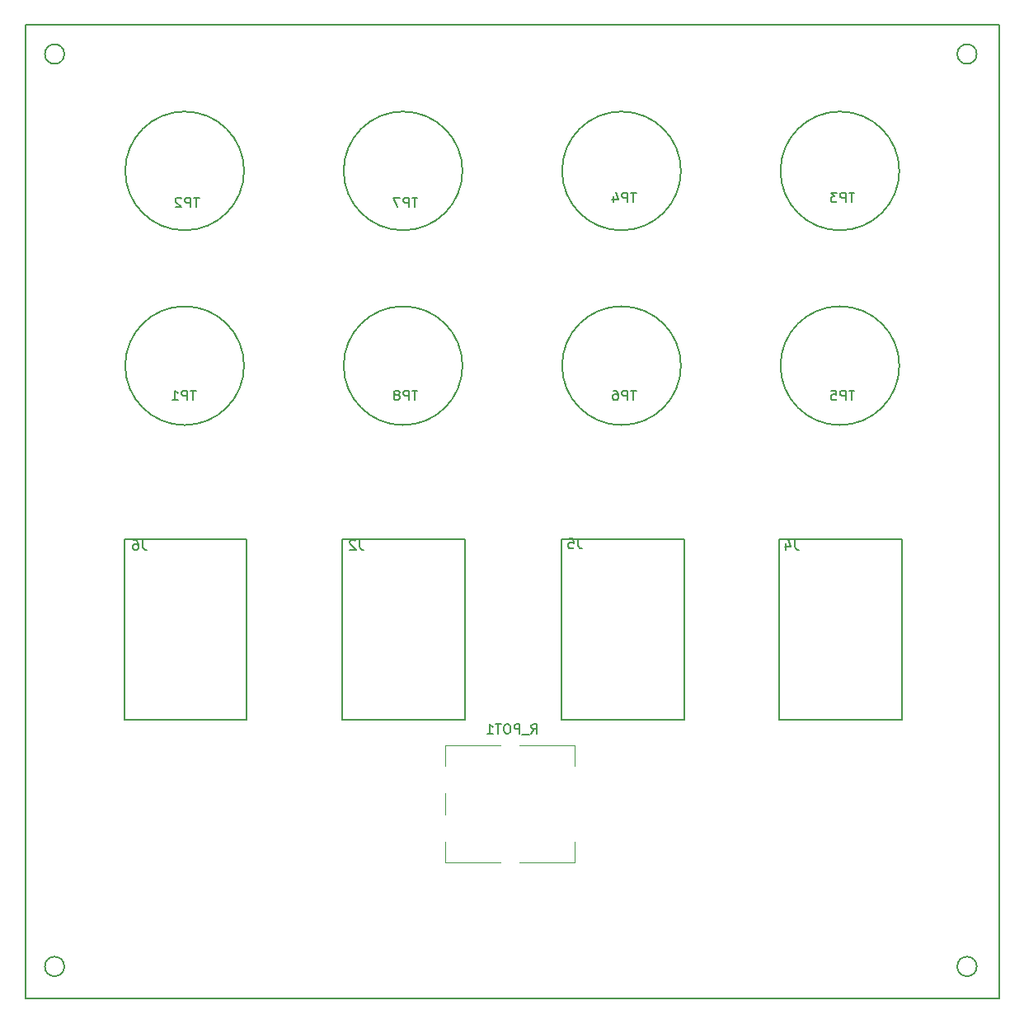
<source format=gbr>
%TF.GenerationSoftware,KiCad,Pcbnew,(5.0.0)*%
%TF.CreationDate,2020-03-23T14:18:08+01:00*%
%TF.ProjectId,Schaltplan_Modul1,536368616C74706C616E5F4D6F64756C,rev?*%
%TF.SameCoordinates,Original*%
%TF.FileFunction,Legend,Bot*%
%TF.FilePolarity,Positive*%
%FSLAX46Y46*%
G04 Gerber Fmt 4.6, Leading zero omitted, Abs format (unit mm)*
G04 Created by KiCad (PCBNEW (5.0.0)) date 03/23/20 14:18:08*
%MOMM*%
%LPD*%
G01*
G04 APERTURE LIST*
%ADD10C,0.200000*%
%ADD11C,0.120000*%
%ADD12C,0.150000*%
G04 APERTURE END LIST*
D10*
X197695000Y-146695000D02*
G75*
G03X197695000Y-146695000I-1000000J0D01*
G01*
X197695000Y-53000000D02*
G75*
G03X197695000Y-53000000I-1000000J0D01*
G01*
X104000000Y-53000000D02*
G75*
G03X104000000Y-53000000I-1000000J0D01*
G01*
X104000000Y-146695000D02*
G75*
G03X104000000Y-146695000I-1000000J0D01*
G01*
X100000000Y-150000000D02*
X200000000Y-150000000D01*
X100000000Y-50000000D02*
X100000000Y-150000000D01*
X200000000Y-50000000D02*
X200000000Y-150000000D01*
X100000000Y-50000000D02*
X200000000Y-50000000D01*
D11*
%TO.C,R_POT1*%
X143130000Y-128900000D02*
X143130000Y-131100000D01*
X143130000Y-124030000D02*
X143130000Y-126100000D01*
X156370000Y-124030000D02*
X156370000Y-126100000D01*
X143130000Y-133900000D02*
X143130000Y-135970000D01*
X156370000Y-133900000D02*
X156370000Y-135970000D01*
X148776000Y-135970000D02*
X143130000Y-135970000D01*
X156370000Y-135970000D02*
X150723000Y-135970000D01*
X148776000Y-124030000D02*
X143130000Y-124030000D01*
X156370000Y-124030000D02*
X150723000Y-124030000D01*
D12*
%TO.C,J2*%
X132514998Y-102800000D02*
X145114998Y-102800000D01*
X145114998Y-102800000D02*
X145114998Y-121400000D01*
X145114998Y-121400000D02*
X132514998Y-121400000D01*
X132514998Y-102800000D02*
X132514998Y-121400000D01*
%TO.C,TP2*%
X122455000Y-65000000D02*
G75*
G03X122455000Y-65000000I-6100000J0D01*
G01*
%TO.C,TP7*%
X144885000Y-65000000D02*
G75*
G03X144885000Y-65000000I-6100000J0D01*
G01*
%TO.C,TP8*%
X144885000Y-85000000D02*
G75*
G03X144885000Y-85000000I-6100000J0D01*
G01*
%TO.C,TP3*%
X189745000Y-65000000D02*
G75*
G03X189745000Y-65000000I-6100000J0D01*
G01*
%TO.C,TP6*%
X167315000Y-85000000D02*
G75*
G03X167315000Y-85000000I-6100000J0D01*
G01*
%TO.C,TP1*%
X122455000Y-85000000D02*
G75*
G03X122455000Y-85000000I-6100000J0D01*
G01*
%TO.C,TP5*%
X189745000Y-85000000D02*
G75*
G03X189745000Y-85000000I-6100000J0D01*
G01*
%TO.C,TP4*%
X167315000Y-65000000D02*
G75*
G03X167315000Y-65000000I-6100000J0D01*
G01*
%TO.C,J6*%
X110142500Y-102800000D02*
X122742500Y-102800000D01*
X122742500Y-102800000D02*
X122742500Y-121400000D01*
X122742500Y-121400000D02*
X110142500Y-121400000D01*
X110142500Y-102800000D02*
X110142500Y-121400000D01*
%TO.C,J5*%
X155059997Y-102800000D02*
X167659997Y-102800000D01*
X167659997Y-102800000D02*
X167659997Y-121400000D01*
X167659997Y-121400000D02*
X155059997Y-121400000D01*
X155059997Y-102800000D02*
X155059997Y-121400000D01*
%TO.C,J4*%
X177432500Y-102800000D02*
X190032500Y-102800000D01*
X190032500Y-102800000D02*
X190032500Y-121400000D01*
X190032500Y-121400000D02*
X177432500Y-121400000D01*
X177432500Y-102800000D02*
X177432500Y-121400000D01*
%TD*%
%TO.C,R_POT1*%
X151952380Y-122802380D02*
X152285714Y-122326190D01*
X152523809Y-122802380D02*
X152523809Y-121802380D01*
X152142857Y-121802380D01*
X152047619Y-121850000D01*
X152000000Y-121897619D01*
X151952380Y-121992857D01*
X151952380Y-122135714D01*
X152000000Y-122230952D01*
X152047619Y-122278571D01*
X152142857Y-122326190D01*
X152523809Y-122326190D01*
X151761904Y-122897619D02*
X151000000Y-122897619D01*
X150761904Y-122802380D02*
X150761904Y-121802380D01*
X150380952Y-121802380D01*
X150285714Y-121850000D01*
X150238095Y-121897619D01*
X150190476Y-121992857D01*
X150190476Y-122135714D01*
X150238095Y-122230952D01*
X150285714Y-122278571D01*
X150380952Y-122326190D01*
X150761904Y-122326190D01*
X149571428Y-121802380D02*
X149380952Y-121802380D01*
X149285714Y-121850000D01*
X149190476Y-121945238D01*
X149142857Y-122135714D01*
X149142857Y-122469047D01*
X149190476Y-122659523D01*
X149285714Y-122754761D01*
X149380952Y-122802380D01*
X149571428Y-122802380D01*
X149666666Y-122754761D01*
X149761904Y-122659523D01*
X149809523Y-122469047D01*
X149809523Y-122135714D01*
X149761904Y-121945238D01*
X149666666Y-121850000D01*
X149571428Y-121802380D01*
X148857142Y-121802380D02*
X148285714Y-121802380D01*
X148571428Y-122802380D02*
X148571428Y-121802380D01*
X147428571Y-122802380D02*
X148000000Y-122802380D01*
X147714285Y-122802380D02*
X147714285Y-121802380D01*
X147809523Y-121945238D01*
X147904761Y-122040476D01*
X148000000Y-122088095D01*
%TO.C,J2*%
X134309164Y-102892380D02*
X134309164Y-103606666D01*
X134356783Y-103749523D01*
X134452021Y-103844761D01*
X134594878Y-103892380D01*
X134690116Y-103892380D01*
X133880592Y-102987619D02*
X133832973Y-102940000D01*
X133737735Y-102892380D01*
X133499640Y-102892380D01*
X133404402Y-102940000D01*
X133356783Y-102987619D01*
X133309164Y-103082857D01*
X133309164Y-103178095D01*
X133356783Y-103320952D01*
X133928211Y-103892380D01*
X133309164Y-103892380D01*
%TO.C,TP2*%
X117846904Y-67740380D02*
X117275476Y-67740380D01*
X117561190Y-68740380D02*
X117561190Y-67740380D01*
X116942142Y-68740380D02*
X116942142Y-67740380D01*
X116561190Y-67740380D01*
X116465952Y-67788000D01*
X116418333Y-67835619D01*
X116370714Y-67930857D01*
X116370714Y-68073714D01*
X116418333Y-68168952D01*
X116465952Y-68216571D01*
X116561190Y-68264190D01*
X116942142Y-68264190D01*
X115989761Y-67835619D02*
X115942142Y-67788000D01*
X115846904Y-67740380D01*
X115608809Y-67740380D01*
X115513571Y-67788000D01*
X115465952Y-67835619D01*
X115418333Y-67930857D01*
X115418333Y-68026095D01*
X115465952Y-68168952D01*
X116037380Y-68740380D01*
X115418333Y-68740380D01*
%TO.C,TP7*%
X140276904Y-67740380D02*
X139705476Y-67740380D01*
X139991190Y-68740380D02*
X139991190Y-67740380D01*
X139372142Y-68740380D02*
X139372142Y-67740380D01*
X138991190Y-67740380D01*
X138895952Y-67788000D01*
X138848333Y-67835619D01*
X138800714Y-67930857D01*
X138800714Y-68073714D01*
X138848333Y-68168952D01*
X138895952Y-68216571D01*
X138991190Y-68264190D01*
X139372142Y-68264190D01*
X138467380Y-67740380D02*
X137800714Y-67740380D01*
X138229285Y-68740380D01*
%TO.C,TP8*%
X140276904Y-87552380D02*
X139705476Y-87552380D01*
X139991190Y-88552380D02*
X139991190Y-87552380D01*
X139372142Y-88552380D02*
X139372142Y-87552380D01*
X138991190Y-87552380D01*
X138895952Y-87600000D01*
X138848333Y-87647619D01*
X138800714Y-87742857D01*
X138800714Y-87885714D01*
X138848333Y-87980952D01*
X138895952Y-88028571D01*
X138991190Y-88076190D01*
X139372142Y-88076190D01*
X138229285Y-87980952D02*
X138324523Y-87933333D01*
X138372142Y-87885714D01*
X138419761Y-87790476D01*
X138419761Y-87742857D01*
X138372142Y-87647619D01*
X138324523Y-87600000D01*
X138229285Y-87552380D01*
X138038809Y-87552380D01*
X137943571Y-87600000D01*
X137895952Y-87647619D01*
X137848333Y-87742857D01*
X137848333Y-87790476D01*
X137895952Y-87885714D01*
X137943571Y-87933333D01*
X138038809Y-87980952D01*
X138229285Y-87980952D01*
X138324523Y-88028571D01*
X138372142Y-88076190D01*
X138419761Y-88171428D01*
X138419761Y-88361904D01*
X138372142Y-88457142D01*
X138324523Y-88504761D01*
X138229285Y-88552380D01*
X138038809Y-88552380D01*
X137943571Y-88504761D01*
X137895952Y-88457142D01*
X137848333Y-88361904D01*
X137848333Y-88171428D01*
X137895952Y-88076190D01*
X137943571Y-88028571D01*
X138038809Y-87980952D01*
%TO.C,TP3*%
X185136904Y-67232380D02*
X184565476Y-67232380D01*
X184851190Y-68232380D02*
X184851190Y-67232380D01*
X184232142Y-68232380D02*
X184232142Y-67232380D01*
X183851190Y-67232380D01*
X183755952Y-67280000D01*
X183708333Y-67327619D01*
X183660714Y-67422857D01*
X183660714Y-67565714D01*
X183708333Y-67660952D01*
X183755952Y-67708571D01*
X183851190Y-67756190D01*
X184232142Y-67756190D01*
X183327380Y-67232380D02*
X182708333Y-67232380D01*
X183041666Y-67613333D01*
X182898809Y-67613333D01*
X182803571Y-67660952D01*
X182755952Y-67708571D01*
X182708333Y-67803809D01*
X182708333Y-68041904D01*
X182755952Y-68137142D01*
X182803571Y-68184761D01*
X182898809Y-68232380D01*
X183184523Y-68232380D01*
X183279761Y-68184761D01*
X183327380Y-68137142D01*
%TO.C,TP6*%
X162729904Y-87552380D02*
X162158476Y-87552380D01*
X162444190Y-88552380D02*
X162444190Y-87552380D01*
X161825142Y-88552380D02*
X161825142Y-87552380D01*
X161444190Y-87552380D01*
X161348952Y-87600000D01*
X161301333Y-87647619D01*
X161253714Y-87742857D01*
X161253714Y-87885714D01*
X161301333Y-87980952D01*
X161348952Y-88028571D01*
X161444190Y-88076190D01*
X161825142Y-88076190D01*
X160396571Y-87552380D02*
X160587047Y-87552380D01*
X160682285Y-87600000D01*
X160729904Y-87647619D01*
X160825142Y-87790476D01*
X160872761Y-87980952D01*
X160872761Y-88361904D01*
X160825142Y-88457142D01*
X160777523Y-88504761D01*
X160682285Y-88552380D01*
X160491809Y-88552380D01*
X160396571Y-88504761D01*
X160348952Y-88457142D01*
X160301333Y-88361904D01*
X160301333Y-88123809D01*
X160348952Y-88028571D01*
X160396571Y-87980952D01*
X160491809Y-87933333D01*
X160682285Y-87933333D01*
X160777523Y-87980952D01*
X160825142Y-88028571D01*
X160872761Y-88123809D01*
%TO.C,TP1*%
X117517904Y-87552380D02*
X116946476Y-87552380D01*
X117232190Y-88552380D02*
X117232190Y-87552380D01*
X116613142Y-88552380D02*
X116613142Y-87552380D01*
X116232190Y-87552380D01*
X116136952Y-87600000D01*
X116089333Y-87647619D01*
X116041714Y-87742857D01*
X116041714Y-87885714D01*
X116089333Y-87980952D01*
X116136952Y-88028571D01*
X116232190Y-88076190D01*
X116613142Y-88076190D01*
X115089333Y-88552380D02*
X115660761Y-88552380D01*
X115375047Y-88552380D02*
X115375047Y-87552380D01*
X115470285Y-87695238D01*
X115565523Y-87790476D01*
X115660761Y-87838095D01*
%TO.C,TP5*%
X185136904Y-87552380D02*
X184565476Y-87552380D01*
X184851190Y-88552380D02*
X184851190Y-87552380D01*
X184232142Y-88552380D02*
X184232142Y-87552380D01*
X183851190Y-87552380D01*
X183755952Y-87600000D01*
X183708333Y-87647619D01*
X183660714Y-87742857D01*
X183660714Y-87885714D01*
X183708333Y-87980952D01*
X183755952Y-88028571D01*
X183851190Y-88076190D01*
X184232142Y-88076190D01*
X182755952Y-87552380D02*
X183232142Y-87552380D01*
X183279761Y-88028571D01*
X183232142Y-87980952D01*
X183136904Y-87933333D01*
X182898809Y-87933333D01*
X182803571Y-87980952D01*
X182755952Y-88028571D01*
X182708333Y-88123809D01*
X182708333Y-88361904D01*
X182755952Y-88457142D01*
X182803571Y-88504761D01*
X182898809Y-88552380D01*
X183136904Y-88552380D01*
X183232142Y-88504761D01*
X183279761Y-88457142D01*
%TO.C,TP4*%
X162729904Y-67232380D02*
X162158476Y-67232380D01*
X162444190Y-68232380D02*
X162444190Y-67232380D01*
X161825142Y-68232380D02*
X161825142Y-67232380D01*
X161444190Y-67232380D01*
X161348952Y-67280000D01*
X161301333Y-67327619D01*
X161253714Y-67422857D01*
X161253714Y-67565714D01*
X161301333Y-67660952D01*
X161348952Y-67708571D01*
X161444190Y-67756190D01*
X161825142Y-67756190D01*
X160396571Y-67565714D02*
X160396571Y-68232380D01*
X160634666Y-67184761D02*
X160872761Y-67899047D01*
X160253714Y-67899047D01*
%TO.C,J6*%
X112043332Y-102922380D02*
X112043332Y-103636666D01*
X112090951Y-103779523D01*
X112186189Y-103874761D01*
X112329046Y-103922380D01*
X112424284Y-103922380D01*
X111138570Y-102922380D02*
X111329046Y-102922380D01*
X111424284Y-102970000D01*
X111471903Y-103017619D01*
X111567141Y-103160476D01*
X111614760Y-103350952D01*
X111614760Y-103731904D01*
X111567141Y-103827142D01*
X111519522Y-103874761D01*
X111424284Y-103922380D01*
X111233808Y-103922380D01*
X111138570Y-103874761D01*
X111090951Y-103827142D01*
X111043332Y-103731904D01*
X111043332Y-103493809D01*
X111090951Y-103398571D01*
X111138570Y-103350952D01*
X111233808Y-103303333D01*
X111424284Y-103303333D01*
X111519522Y-103350952D01*
X111567141Y-103398571D01*
X111614760Y-103493809D01*
%TO.C,J5*%
X156747497Y-102760380D02*
X156747497Y-103474666D01*
X156795116Y-103617523D01*
X156890354Y-103712761D01*
X157033211Y-103760380D01*
X157128449Y-103760380D01*
X155795116Y-102760380D02*
X156271306Y-102760380D01*
X156318925Y-103236571D01*
X156271306Y-103188952D01*
X156176068Y-103141333D01*
X155937973Y-103141333D01*
X155842735Y-103188952D01*
X155795116Y-103236571D01*
X155747497Y-103331809D01*
X155747497Y-103569904D01*
X155795116Y-103665142D01*
X155842735Y-103712761D01*
X155937973Y-103760380D01*
X156176068Y-103760380D01*
X156271306Y-103712761D01*
X156318925Y-103665142D01*
%TO.C,J4*%
X179013332Y-102892380D02*
X179013332Y-103606666D01*
X179060951Y-103749523D01*
X179156189Y-103844761D01*
X179299046Y-103892380D01*
X179394284Y-103892380D01*
X178108570Y-103225714D02*
X178108570Y-103892380D01*
X178346665Y-102844761D02*
X178584760Y-103559047D01*
X177965713Y-103559047D01*
%TD*%
M02*

</source>
